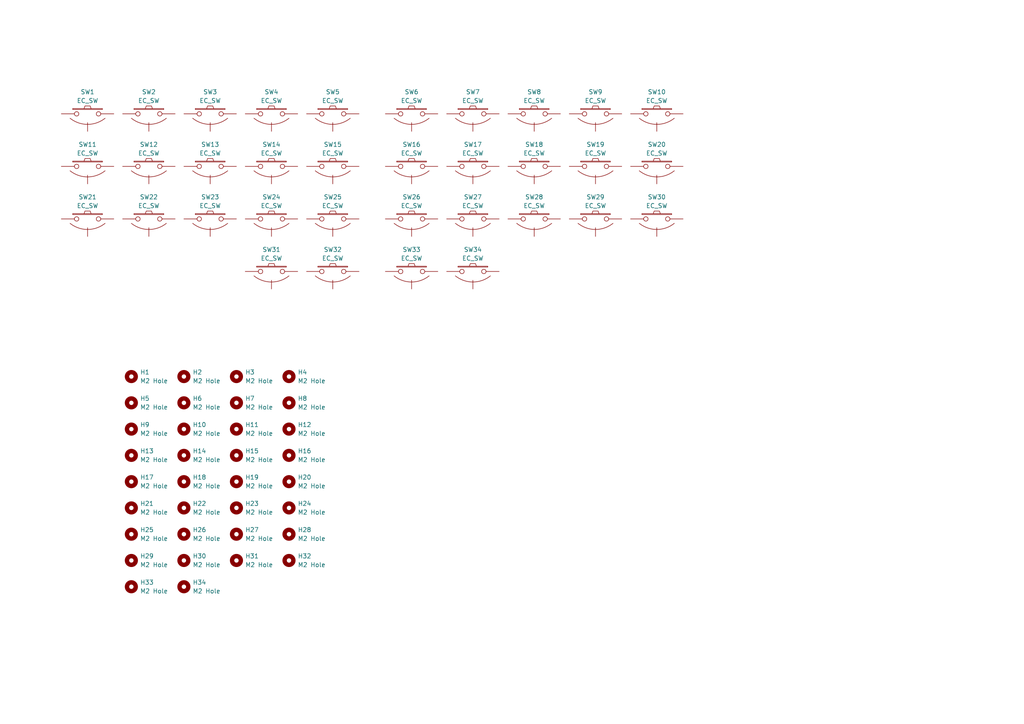
<source format=kicad_sch>
(kicad_sch (version 20230121) (generator eeschema)
  (paper "A4")
  (title_block (title "Le Capybara") (date "2023-07-08") (rev "0.2") (company "sporkus"))
  (lib_symbols
    (symbol "Mechanical:MountingHole" (pin_names (offset 1.016))
      (property "Reference" "H" (at 0 5.08 0))
      (property "Value" "MountingHole" (at 0 3.175 0))
      (symbol "MountingHole_0_1"
        (circle (center 0 0) (radius 1.27) (stroke (width 1.27)))
      )
    )
    (symbol "cipulot_parts:EC_SW" (pin_numbers hide) (pin_names (offset 1.016) hide)
      (property "Reference" "SW" (at 3.81 2.794 0))
      (property "Value" "EC_SW" (at -3.81 3.81 0))
      (symbol "EC_SW_0_1"
        (arc (start -5.08 -1.27) (mid 0 -3.052) (end 5.08 -1.27))
        (rectangle (start -4.318 1.27) (end 4.318 1.524))
        (polyline (pts (xy -1.016 1.524) (xy -0.762 2.286) (xy 0.762 2.286) (xy 1.016 1.524)))
        (pin passive inverted (at -7.62 0 0) (length 5.08) (name "1") (number "1"))
        (pin passive inverted (at 7.62 0 180) (length 5.08) (name "2") (number "2"))
      )
      (symbol "EC_SW_1_1"
        (pin input line (at 0 -5.08 90) (length 2.54) (name "SG") (number "3"))
      )
    )
  )
  (symbol (lib_id "Mechanical:MountingHole") (at 53.34 154.94 0) (unit 1)
    (property "Reference" "H26" (at 55.88 153.67 0) (effects (justify left)))
    (property "Value" "M2 Hole" (at 55.88 156.21 0) (effects (justify left)))
    (property "Footprint" "MountingHole:MountingHole_3.2mm_M3_DIN965" (effects hide))
  )
  (symbol (lib_id "Mechanical:MountingHole") (at 83.82 154.94 0) (unit 1)
    (property "Reference" "H28" (at 86.36 153.67 0) (effects (justify left)))
    (property "Value" "M2 Hole" (at 86.36 156.21 0) (effects (justify left)))
    (property "Footprint" "MountingHole:MountingHole_3.2mm_M3_DIN965" (effects hide))
  )
  (symbol (lib_id "Mechanical:MountingHole") (at 68.58 139.7 0) (unit 1)
    (property "Reference" "H19" (at 71.12 138.43 0) (effects (justify left)))
    (property "Value" "M2 Hole" (at 71.12 140.97 0) (effects (justify left)))
    (property "Footprint" "MountingHole:MountingHole_3.2mm_M3_DIN965" (effects hide))
  )
  (symbol (lib_id "Mechanical:MountingHole") (at 68.58 132.08 0) (unit 1)
    (property "Reference" "H15" (at 71.12 130.81 0) (effects (justify left)))
    (property "Value" "M2 Hole" (at 71.12 133.35 0) (effects (justify left)))
    (property "Footprint" "MountingHole:MountingHole_3.2mm_M3_DIN965" (effects hide))
  )
  (symbol (lib_id "Mechanical:MountingHole") (at 53.34 132.08 0) (unit 1)
    (property "Reference" "H14" (at 55.88 130.81 0) (effects (justify left)))
    (property "Value" "M2 Hole" (at 55.88 133.35 0) (effects (justify left)))
    (property "Footprint" "MountingHole:MountingHole_3.2mm_M3_DIN965" (effects hide))
  )
  (symbol (lib_id "Mechanical:MountingHole") (at 38.1 116.84 0) (unit 1)
    (property "Reference" "H5" (at 40.64 115.57 0) (effects (justify left)))
    (property "Value" "M2 Hole" (at 40.64 118.11 0) (effects (justify left)))
    (property "Footprint" "MountingHole:MountingHole_3.2mm_M3_DIN965" (effects hide))
  )
  (symbol (lib_id "cipulot_parts:EC_SW") (at 25.4 48.26 0) (mirror y) (unit 1) (in_bom no)
    (property "Reference" "SW11" (at 25.4 41.91 0))
    (property "Value" "EC_SW" (at 25.4 44.45 0))
    (property "Footprint" "capacitive_sensors:ec_plate_cutout_topre_14.1x14.7mm" (effects hide))
  )
  (symbol (lib_id "Mechanical:MountingHole") (at 53.34 109.22 0) (unit 1)
    (property "Reference" "H2" (at 55.88 107.95 0) (effects (justify left)))
    (property "Value" "M2 Hole" (at 55.88 110.49 0) (effects (justify left)))
    (property "Footprint" "MountingHole:MountingHole_3.2mm_M3_DIN965" (effects hide))
  )
  (symbol (lib_id "cipulot_parts:EC_SW") (at 96.52 48.26 0) (mirror y) (unit 1) (in_bom no)
    (property "Reference" "SW15" (at 96.52 41.91 0))
    (property "Value" "EC_SW" (at 96.52 44.45 0))
    (property "Footprint" "capacitive_sensors:ec_plate_cutout_topre_14.1x14.7mm" (effects hide))
  )
  (symbol (lib_id "cipulot_parts:EC_SW") (at 172.72 63.5 0) (mirror y) (unit 1) (in_bom no)
    (property "Reference" "SW29" (at 172.72 57.15 0))
    (property "Value" "EC_SW" (at 172.72 59.69 0))
    (property "Footprint" "capacitive_sensors:ec_plate_cutout_topre_14.1x14.7mm" (effects hide))
  )
  (symbol (lib_id "Mechanical:MountingHole") (at 83.82 147.32 0) (unit 1)
    (property "Reference" "H24" (at 86.36 146.05 0) (effects (justify left)))
    (property "Value" "M2 Hole" (at 86.36 148.59 0) (effects (justify left)))
    (property "Footprint" "MountingHole:MountingHole_3.2mm_M3_DIN965" (effects hide))
  )
  (symbol (lib_id "Mechanical:MountingHole") (at 68.58 116.84 0) (unit 1)
    (property "Reference" "H7" (at 71.12 115.57 0) (effects (justify left)))
    (property "Value" "M2 Hole" (at 71.12 118.11 0) (effects (justify left)))
    (property "Footprint" "MountingHole:MountingHole_3.2mm_M3_DIN965" (effects hide))
  )
  (symbol (lib_id "Mechanical:MountingHole") (at 53.34 124.46 0) (unit 1)
    (property "Reference" "H10" (at 55.88 123.19 0) (effects (justify left)))
    (property "Value" "M2 Hole" (at 55.88 125.73 0) (effects (justify left)))
    (property "Footprint" "MountingHole:MountingHole_3.2mm_M3_DIN965" (effects hide))
  )
  (symbol (lib_id "cipulot_parts:EC_SW") (at 154.94 63.5 0) (mirror y) (unit 1) (in_bom no)
    (property "Reference" "SW28" (at 154.94 57.15 0))
    (property "Value" "EC_SW" (at 154.94 59.69 0))
    (property "Footprint" "capacitive_sensors:ec_plate_cutout_topre_14.1x14.7mm" (effects hide))
  )
  (symbol (lib_id "cipulot_parts:EC_SW") (at 60.96 63.5 0) (mirror y) (unit 1) (in_bom no)
    (property "Reference" "SW23" (at 60.96 57.15 0))
    (property "Value" "EC_SW" (at 60.96 59.69 0))
    (property "Footprint" "capacitive_sensors:ec_plate_cutout_topre_14.1x14.7mm" (effects hide))
  )
  (symbol (lib_id "cipulot_parts:EC_SW") (at 119.38 78.74 0) (mirror y) (unit 1) (in_bom no)
    (property "Reference" "SW33" (at 119.38 72.39 0))
    (property "Value" "EC_SW" (at 119.38 74.93 0))
    (property "Footprint" "capacitive_sensors:ec_plate_cutout_topre_2u" (effects hide))
  )
  (symbol (lib_id "cipulot_parts:EC_SW") (at 119.38 63.5 0) (mirror y) (unit 1) (in_bom no)
    (property "Reference" "SW26" (at 119.38 57.15 0))
    (property "Value" "EC_SW" (at 119.38 59.69 0))
    (property "Footprint" "capacitive_sensors:ec_plate_cutout_topre_14.1x14.7mm" (effects hide))
  )
  (symbol (lib_id "cipulot_parts:EC_SW") (at 78.74 78.74 0) (mirror y) (unit 1) (in_bom no)
    (property "Reference" "SW31" (at 78.74 72.39 0))
    (property "Value" "EC_SW" (at 78.74 74.93 0))
    (property "Footprint" "capacitive_sensors:ec_plate_cutout_topre_14.1x14.7mm" (effects hide))
  )
  (symbol (lib_id "cipulot_parts:EC_SW") (at 60.96 48.26 0) (mirror y) (unit 1) (in_bom no)
    (property "Reference" "SW13" (at 60.96 41.91 0))
    (property "Value" "EC_SW" (at 60.96 44.45 0))
    (property "Footprint" "capacitive_sensors:ec_plate_cutout_topre_14.1x14.7mm" (effects hide))
  )
  (symbol (lib_id "Mechanical:MountingHole") (at 53.34 162.56 0) (unit 1)
    (property "Reference" "H30" (at 55.88 161.29 0) (effects (justify left)))
    (property "Value" "M2 Hole" (at 55.88 163.83 0) (effects (justify left)))
    (property "Footprint" "MountingHole:MountingHole_3.2mm_M3_DIN965" (effects hide))
  )
  (symbol (lib_id "cipulot_parts:EC_SW") (at 43.18 63.5 0) (mirror y) (unit 1) (in_bom no)
    (property "Reference" "SW22" (at 43.18 57.15 0))
    (property "Value" "EC_SW" (at 43.18 59.69 0))
    (property "Footprint" "capacitive_sensors:ec_plate_cutout_topre_14.1x14.7mm" (effects hide))
  )
  (symbol (lib_id "Mechanical:MountingHole") (at 83.82 109.22 0) (unit 1)
    (property "Reference" "H4" (at 86.36 107.95 0) (effects (justify left)))
    (property "Value" "M2 Hole" (at 86.36 110.49 0) (effects (justify left)))
    (property "Footprint" "MountingHole:MountingHole_3.2mm_M3_DIN965" (effects hide))
  )
  (symbol (lib_id "Mechanical:MountingHole") (at 53.34 147.32 0) (unit 1)
    (property "Reference" "H22" (at 55.88 146.05 0) (effects (justify left)))
    (property "Value" "M2 Hole" (at 55.88 148.59 0) (effects (justify left)))
    (property "Footprint" "MountingHole:MountingHole_3.2mm_M3_DIN965" (effects hide))
  )
  (symbol (lib_id "Mechanical:MountingHole") (at 53.34 170.18 0) (unit 1)
    (property "Reference" "H34" (at 55.88 168.91 0) (effects (justify left)))
    (property "Value" "M2 Hole" (at 55.88 171.45 0) (effects (justify left)))
    (property "Footprint" "MountingHole:MountingHole_3.2mm_M3_DIN965" (effects hide))
  )
  (symbol (lib_id "cipulot_parts:EC_SW") (at 119.38 33.02 0) (mirror y) (unit 1) (in_bom no)
    (property "Reference" "SW6" (at 119.38 26.67 0))
    (property "Value" "EC_SW" (at 119.38 29.21 0))
    (property "Footprint" "capacitive_sensors:ec_plate_cutout_topre_14.1x14.7mm" (effects hide))
  )
  (symbol (lib_id "Mechanical:MountingHole") (at 83.82 124.46 0) (unit 1)
    (property "Reference" "H12" (at 86.36 123.19 0) (effects (justify left)))
    (property "Value" "M2 Hole" (at 86.36 125.73 0) (effects (justify left)))
    (property "Footprint" "MountingHole:MountingHole_3.2mm_M3_DIN965" (effects hide))
  )
  (symbol (lib_id "cipulot_parts:EC_SW") (at 172.72 48.26 0) (mirror y) (unit 1) (in_bom no)
    (property "Reference" "SW19" (at 172.72 41.91 0))
    (property "Value" "EC_SW" (at 172.72 44.45 0))
    (property "Footprint" "capacitive_sensors:ec_plate_cutout_topre_14.1x14.7mm" (effects hide))
  )
  (symbol (lib_id "cipulot_parts:EC_SW") (at 78.74 63.5 0) (mirror y) (unit 1) (in_bom no)
    (property "Reference" "SW24" (at 78.74 57.15 0))
    (property "Value" "EC_SW" (at 78.74 59.69 0))
    (property "Footprint" "capacitive_sensors:ec_plate_cutout_topre_14.1x14.7mm" (effects hide))
  )
  (symbol (lib_id "Mechanical:MountingHole") (at 68.58 147.32 0) (unit 1)
    (property "Reference" "H23" (at 71.12 146.05 0) (effects (justify left)))
    (property "Value" "M2 Hole" (at 71.12 148.59 0) (effects (justify left)))
    (property "Footprint" "MountingHole:MountingHole_3.2mm_M3_DIN965" (effects hide))
  )
  (symbol (lib_id "cipulot_parts:EC_SW") (at 25.4 33.02 0) (mirror y) (unit 1) (in_bom no)
    (property "Reference" "SW1" (at 25.4 26.67 0))
    (property "Value" "EC_SW" (at 25.4 29.21 0))
    (property "Footprint" "capacitive_sensors:ec_plate_cutout_topre_14.1x14.7mm" (effects hide))
  )
  (symbol (lib_id "cipulot_parts:EC_SW") (at 190.5 48.26 0) (mirror y) (unit 1) (in_bom no)
    (property "Reference" "SW20" (at 190.5 41.91 0))
    (property "Value" "EC_SW" (at 190.5 44.45 0))
    (property "Footprint" "capacitive_sensors:ec_plate_cutout_topre_14.1x14.7mm" (effects hide))
  )
  (symbol (lib_id "Mechanical:MountingHole") (at 68.58 124.46 0) (unit 1)
    (property "Reference" "H11" (at 71.12 123.19 0) (effects (justify left)))
    (property "Value" "M2 Hole" (at 71.12 125.73 0) (effects (justify left)))
    (property "Footprint" "MountingHole:MountingHole_3.2mm_M3_DIN965" (effects hide))
  )
  (symbol (lib_id "cipulot_parts:EC_SW") (at 137.16 78.74 0) (mirror y) (unit 1) (in_bom no)
    (property "Reference" "SW34" (at 137.16 72.39 0))
    (property "Value" "EC_SW" (at 137.16 74.93 0))
    (property "Footprint" "capacitive_sensors:ec_plate_cutout_topre_14.1x14.7mm" (effects hide))
  )
  (symbol (lib_id "cipulot_parts:EC_SW") (at 137.16 48.26 0) (mirror y) (unit 1) (in_bom no)
    (property "Reference" "SW17" (at 137.16 41.91 0))
    (property "Value" "EC_SW" (at 137.16 44.45 0))
    (property "Footprint" "capacitive_sensors:ec_plate_cutout_topre_14.1x14.7mm" (effects hide))
  )
  (symbol (lib_id "Mechanical:MountingHole") (at 53.34 139.7 0) (unit 1)
    (property "Reference" "H18" (at 55.88 138.43 0) (effects (justify left)))
    (property "Value" "M2 Hole" (at 55.88 140.97 0) (effects (justify left)))
    (property "Footprint" "MountingHole:MountingHole_3.2mm_M3_DIN965" (effects hide))
  )
  (symbol (lib_id "cipulot_parts:EC_SW") (at 78.74 33.02 0) (mirror y) (unit 1) (in_bom no)
    (property "Reference" "SW4" (at 78.74 26.67 0))
    (property "Value" "EC_SW" (at 78.74 29.21 0))
    (property "Footprint" "capacitive_sensors:ec_plate_cutout_topre_14.1x14.7mm" (effects hide))
  )
  (symbol (lib_id "cipulot_parts:EC_SW") (at 190.5 63.5 0) (mirror y) (unit 1) (in_bom no)
    (property "Reference" "SW30" (at 190.5 57.15 0))
    (property "Value" "EC_SW" (at 190.5 59.69 0))
    (property "Footprint" "capacitive_sensors:ec_plate_cutout_topre_14.1x14.7mm" (effects hide))
  )
  (symbol (lib_id "Mechanical:MountingHole") (at 68.58 109.22 0) (unit 1)
    (property "Reference" "H3" (at 71.12 107.95 0) (effects (justify left)))
    (property "Value" "M2 Hole" (at 71.12 110.49 0) (effects (justify left)))
    (property "Footprint" "MountingHole:MountingHole_3.2mm_M3_DIN965" (effects hide))
  )
  (symbol (lib_id "Mechanical:MountingHole") (at 83.82 132.08 0) (unit 1)
    (property "Reference" "H16" (at 86.36 130.81 0) (effects (justify left)))
    (property "Value" "M2 Hole" (at 86.36 133.35 0) (effects (justify left)))
    (property "Footprint" "MountingHole:MountingHole_3.2mm_M3_DIN965" (effects hide))
  )
  (symbol (lib_id "cipulot_parts:EC_SW") (at 78.74 48.26 0) (mirror y) (unit 1) (in_bom no)
    (property "Reference" "SW14" (at 78.74 41.91 0))
    (property "Value" "EC_SW" (at 78.74 44.45 0))
    (property "Footprint" "capacitive_sensors:ec_plate_cutout_topre_14.1x14.7mm" (effects hide))
  )
  (symbol (lib_id "cipulot_parts:EC_SW") (at 154.94 33.02 0) (mirror y) (unit 1) (in_bom no)
    (property "Reference" "SW8" (at 154.94 26.67 0))
    (property "Value" "EC_SW" (at 154.94 29.21 0))
    (property "Footprint" "capacitive_sensors:ec_plate_cutout_topre_14.1x14.7mm" (effects hide))
  )
  (symbol (lib_id "cipulot_parts:EC_SW") (at 96.52 63.5 0) (mirror y) (unit 1) (in_bom no)
    (property "Reference" "SW25" (at 96.52 57.15 0))
    (property "Value" "EC_SW" (at 96.52 59.69 0))
    (property "Footprint" "capacitive_sensors:ec_plate_cutout_topre_14.1x14.7mm" (effects hide))
  )
  (symbol (lib_id "Mechanical:MountingHole") (at 38.1 147.32 0) (unit 1)
    (property "Reference" "H21" (at 40.64 146.05 0) (effects (justify left)))
    (property "Value" "M2 Hole" (at 40.64 148.59 0) (effects (justify left)))
    (property "Footprint" "MountingHole:MountingHole_3.2mm_M3_DIN965" (effects hide))
  )
  (symbol (lib_id "Mechanical:MountingHole") (at 83.82 162.56 0) (unit 1)
    (property "Reference" "H32" (at 86.36 161.29 0) (effects (justify left)))
    (property "Value" "M2 Hole" (at 86.36 163.83 0) (effects (justify left)))
    (property "Footprint" "MountingHole:MountingHole_3.2mm_M3_DIN965" (effects hide))
  )
  (symbol (lib_id "Mechanical:MountingHole") (at 53.34 116.84 0) (unit 1)
    (property "Reference" "H6" (at 55.88 115.57 0) (effects (justify left)))
    (property "Value" "M2 Hole" (at 55.88 118.11 0) (effects (justify left)))
    (property "Footprint" "MountingHole:MountingHole_3.2mm_M3_DIN965" (effects hide))
  )
  (symbol (lib_id "cipulot_parts:EC_SW") (at 96.52 78.74 0) (mirror y) (unit 1) (in_bom no)
    (property "Reference" "SW32" (at 96.52 72.39 0))
    (property "Value" "EC_SW" (at 96.52 74.93 0))
    (property "Footprint" "capacitive_sensors:ec_plate_cutout_topre_2u" (effects hide))
  )
  (symbol (lib_id "cipulot_parts:EC_SW") (at 96.52 33.02 0) (mirror y) (unit 1) (in_bom no)
    (property "Reference" "SW5" (at 96.52 26.67 0))
    (property "Value" "EC_SW" (at 96.52 29.21 0))
    (property "Footprint" "capacitive_sensors:ec_plate_cutout_topre_14.1x14.7mm" (effects hide))
  )
  (symbol (lib_id "Mechanical:MountingHole") (at 83.82 116.84 0) (unit 1)
    (property "Reference" "H8" (at 86.36 115.57 0) (effects (justify left)))
    (property "Value" "M2 Hole" (at 86.36 118.11 0) (effects (justify left)))
    (property "Footprint" "MountingHole:MountingHole_3.2mm_M3_DIN965" (effects hide))
  )
  (symbol (lib_id "Mechanical:MountingHole") (at 38.1 109.22 0) (unit 1)
    (property "Reference" "H1" (at 40.64 107.95 0) (effects (justify left)))
    (property "Value" "M2 Hole" (at 40.64 110.49 0) (effects (justify left)))
    (property "Footprint" "MountingHole:MountingHole_3.2mm_M3_DIN965" (effects hide))
  )
  (symbol (lib_id "cipulot_parts:EC_SW") (at 137.16 33.02 0) (mirror y) (unit 1) (in_bom no)
    (property "Reference" "SW7" (at 137.16 26.67 0))
    (property "Value" "EC_SW" (at 137.16 29.21 0))
    (property "Footprint" "capacitive_sensors:ec_plate_cutout_topre_14.1x14.7mm" (effects hide))
  )
  (symbol (lib_id "cipulot_parts:EC_SW") (at 60.96 33.02 0) (mirror y) (unit 1) (in_bom no)
    (property "Reference" "SW3" (at 60.96 26.67 0))
    (property "Value" "EC_SW" (at 60.96 29.21 0))
    (property "Footprint" "capacitive_sensors:ec_plate_cutout_topre_14.1x14.7mm" (effects hide))
  )
  (symbol (lib_id "Mechanical:MountingHole") (at 38.1 170.18 0) (unit 1)
    (property "Reference" "H33" (at 40.64 168.91 0) (effects (justify left)))
    (property "Value" "M2 Hole" (at 40.64 171.45 0) (effects (justify left)))
    (property "Footprint" "MountingHole:MountingHole_3.2mm_M3_DIN965" (effects hide))
  )
  (symbol (lib_id "Mechanical:MountingHole") (at 83.82 139.7 0) (unit 1)
    (property "Reference" "H20" (at 86.36 138.43 0) (effects (justify left)))
    (property "Value" "M2 Hole" (at 86.36 140.97 0) (effects (justify left)))
    (property "Footprint" "MountingHole:MountingHole_3.2mm_M3_DIN965" (effects hide))
  )
  (symbol (lib_id "cipulot_parts:EC_SW") (at 43.18 48.26 0) (mirror y) (unit 1) (in_bom no)
    (property "Reference" "SW12" (at 43.18 41.91 0))
    (property "Value" "EC_SW" (at 43.18 44.45 0))
    (property "Footprint" "capacitive_sensors:ec_plate_cutout_topre_14.1x14.7mm" (effects hide))
  )
  (symbol (lib_id "Mechanical:MountingHole") (at 68.58 154.94 0) (unit 1)
    (property "Reference" "H27" (at 71.12 153.67 0) (effects (justify left)))
    (property "Value" "M2 Hole" (at 71.12 156.21 0) (effects (justify left)))
    (property "Footprint" "MountingHole:MountingHole_3.2mm_M3_DIN965" (effects hide))
  )
  (symbol (lib_id "Mechanical:MountingHole") (at 38.1 124.46 0) (unit 1)
    (property "Reference" "H9" (at 40.64 123.19 0) (effects (justify left)))
    (property "Value" "M2 Hole" (at 40.64 125.73 0) (effects (justify left)))
    (property "Footprint" "MountingHole:MountingHole_3.2mm_M3_DIN965" (effects hide))
  )
  (symbol (lib_id "cipulot_parts:EC_SW") (at 154.94 48.26 0) (mirror y) (unit 1) (in_bom no)
    (property "Reference" "SW18" (at 154.94 41.91 0))
    (property "Value" "EC_SW" (at 154.94 44.45 0))
    (property "Footprint" "capacitive_sensors:ec_plate_cutout_topre_14.1x14.7mm" (effects hide))
  )
  (symbol (lib_id "Mechanical:MountingHole") (at 38.1 132.08 0) (unit 1)
    (property "Reference" "H13" (at 40.64 130.81 0) (effects (justify left)))
    (property "Value" "M2 Hole" (at 40.64 133.35 0) (effects (justify left)))
    (property "Footprint" "MountingHole:MountingHole_3.2mm_M3_DIN965" (effects hide))
  )
  (symbol (lib_id "cipulot_parts:EC_SW") (at 119.38 48.26 0) (mirror y) (unit 1) (in_bom no)
    (property "Reference" "SW16" (at 119.38 41.91 0))
    (property "Value" "EC_SW" (at 119.38 44.45 0))
    (property "Footprint" "capacitive_sensors:ec_plate_cutout_topre_14.1x14.7mm" (effects hide))
  )
  (symbol (lib_id "cipulot_parts:EC_SW") (at 137.16 63.5 0) (mirror y) (unit 1) (in_bom no)
    (property "Reference" "SW27" (at 137.16 57.15 0))
    (property "Value" "EC_SW" (at 137.16 59.69 0))
    (property "Footprint" "capacitive_sensors:ec_plate_cutout_topre_14.1x14.7mm" (effects hide))
  )
  (symbol (lib_id "cipulot_parts:EC_SW") (at 43.18 33.02 0) (mirror y) (unit 1) (in_bom no)
    (property "Reference" "SW2" (at 43.18 26.67 0))
    (property "Value" "EC_SW" (at 43.18 29.21 0))
    (property "Footprint" "capacitive_sensors:ec_plate_cutout_topre_14.1x14.7mm" (effects hide))
  )
  (symbol (lib_id "Mechanical:MountingHole") (at 38.1 162.56 0) (unit 1)
    (property "Reference" "H29" (at 40.64 161.29 0) (effects (justify left)))
    (property "Value" "M2 Hole" (at 40.64 163.83 0) (effects (justify left)))
    (property "Footprint" "MountingHole:MountingHole_3.2mm_M3_DIN965" (effects hide))
  )
  (symbol (lib_id "cipulot_parts:EC_SW") (at 190.5 33.02 0) (mirror y) (unit 1) (in_bom no)
    (property "Reference" "SW10" (at 190.5 26.67 0))
    (property "Value" "EC_SW" (at 190.5 29.21 0))
    (property "Footprint" "capacitive_sensors:ec_plate_cutout_topre_14.1x14.7mm" (effects hide))
  )
  (symbol (lib_id "Mechanical:MountingHole") (at 38.1 154.94 0) (unit 1)
    (property "Reference" "H25" (at 40.64 153.67 0) (effects (justify left)))
    (property "Value" "M2 Hole" (at 40.64 156.21 0) (effects (justify left)))
    (property "Footprint" "MountingHole:MountingHole_3.2mm_M3_DIN965" (effects hide))
  )
  (symbol (lib_id "Mechanical:MountingHole") (at 38.1 139.7 0) (unit 1)
    (property "Reference" "H17" (at 40.64 138.43 0) (effects (justify left)))
    (property "Value" "M2 Hole" (at 40.64 140.97 0) (effects (justify left)))
    (property "Footprint" "MountingHole:MountingHole_3.2mm_M3_DIN965" (effects hide))
  )
  (symbol (lib_id "cipulot_parts:EC_SW") (at 25.4 63.5 0) (mirror y) (unit 1) (in_bom no)
    (property "Reference" "SW21" (at 25.4 57.15 0))
    (property "Value" "EC_SW" (at 25.4 59.69 0))
    (property "Footprint" "capacitive_sensors:ec_plate_cutout_topre_14.1x14.7mm" (effects hide))
  )
  (symbol (lib_id "cipulot_parts:EC_SW") (at 172.72 33.02 0) (mirror y) (unit 1) (in_bom no)
    (property "Reference" "SW9" (at 172.72 26.67 0))
    (property "Value" "EC_SW" (at 172.72 29.21 0))
    (property "Footprint" "capacitive_sensors:ec_plate_cutout_topre_14.1x14.7mm" (effects hide))
  )
  (symbol (lib_id "Mechanical:MountingHole") (at 68.58 162.56 0) (unit 1)
    (property "Reference" "H31" (at 71.12 161.29 0) (effects (justify left)))
    (property "Value" "M2 Hole" (at 71.12 163.83 0) (effects (justify left)))
    (property "Footprint" "MountingHole:MountingHole_3.2mm_M3_DIN965" (effects hide))
  )
)
</source>
